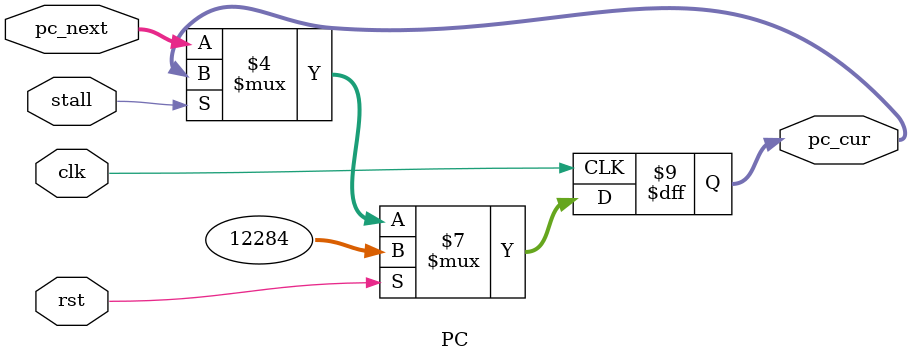
<source format=v>
`timescale 1ns / 1ps

module PC (
    input clk,
    input rst,
    input stall,
    input [31:0] pc_next,
    output reg [31:0] pc_cur
);
    initial begin
        pc_cur = 32'h2ffc;
    end
    always @(posedge clk) begin
        if (rst)
            pc_cur <= 32'h2ffc;
        else if (~stall)
            pc_cur <= pc_next;
    end
endmodule
</source>
